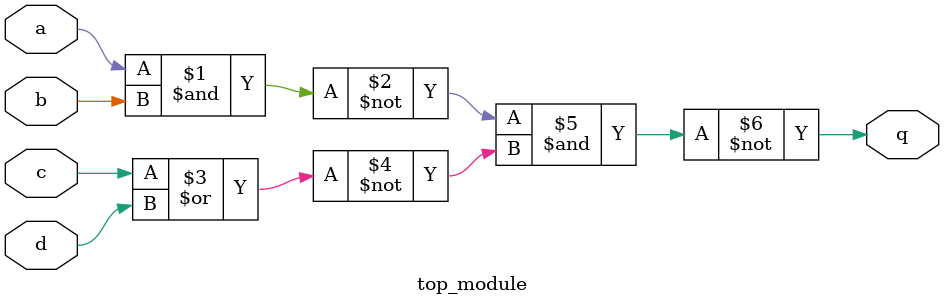
<source format=sv>
module top_module (
	input a, 
	input b, 
	input c, 
	input d,
	output q
);
	assign q = ~(~(a & b) & ~(c | d));
endmodule

</source>
